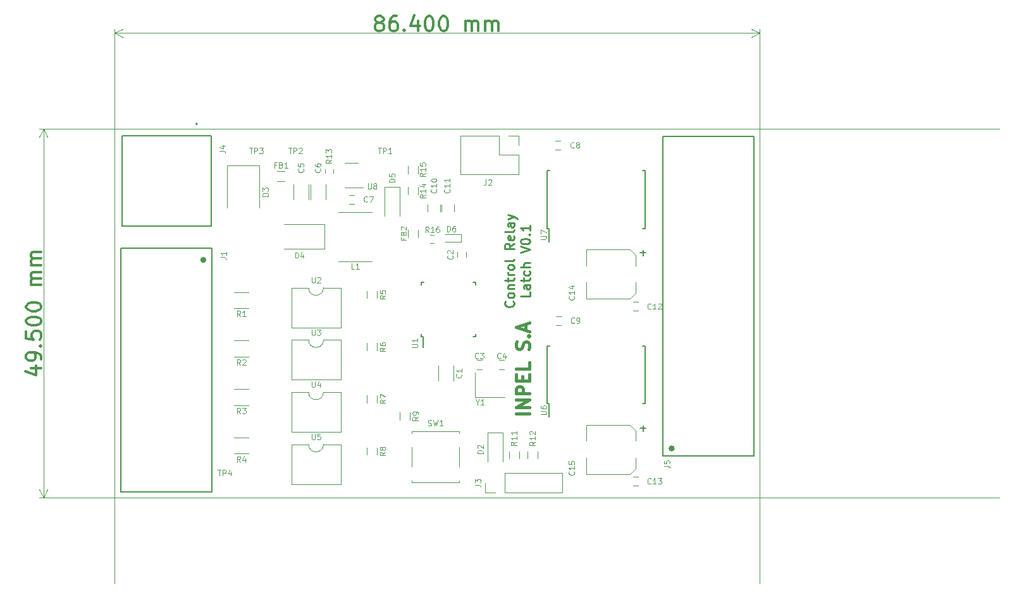
<source format=gbr>
G04 #@! TF.GenerationSoftware,KiCad,Pcbnew,(5.1.2)-2*
G04 #@! TF.CreationDate,2020-08-26T15:48:28-05:00*
G04 #@! TF.ProjectId,EDS-Relays,4544532d-5265-46c6-9179-732e6b696361,rev?*
G04 #@! TF.SameCoordinates,Original*
G04 #@! TF.FileFunction,Legend,Top*
G04 #@! TF.FilePolarity,Positive*
%FSLAX46Y46*%
G04 Gerber Fmt 4.6, Leading zero omitted, Abs format (unit mm)*
G04 Created by KiCad (PCBNEW (5.1.2)-2) date 2020-08-26 15:48:28*
%MOMM*%
%LPD*%
G04 APERTURE LIST*
%ADD10C,0.400000*%
%ADD11C,0.250000*%
%ADD12C,0.300000*%
%ADD13C,0.050000*%
%ADD14C,0.120000*%
%ADD15C,0.200000*%
%ADD16C,0.127000*%
%ADD17C,0.150000*%
%ADD18C,0.100000*%
G04 APERTURE END LIST*
D10*
X151541666Y-111208333D02*
X149791666Y-111208333D01*
X151541666Y-110375000D02*
X149791666Y-110375000D01*
X151541666Y-109375000D01*
X149791666Y-109375000D01*
X151541666Y-108541666D02*
X149791666Y-108541666D01*
X149791666Y-107875000D01*
X149875000Y-107708333D01*
X149958333Y-107625000D01*
X150125000Y-107541666D01*
X150375000Y-107541666D01*
X150541666Y-107625000D01*
X150625000Y-107708333D01*
X150708333Y-107875000D01*
X150708333Y-108541666D01*
X150625000Y-106791666D02*
X150625000Y-106208333D01*
X151541666Y-105958333D02*
X151541666Y-106791666D01*
X149791666Y-106791666D01*
X149791666Y-105958333D01*
X151541666Y-104375000D02*
X151541666Y-105208333D01*
X149791666Y-105208333D01*
X151458333Y-102541666D02*
X151541666Y-102291666D01*
X151541666Y-101875000D01*
X151458333Y-101708333D01*
X151375000Y-101625000D01*
X151208333Y-101541666D01*
X151041666Y-101541666D01*
X150875000Y-101625000D01*
X150791666Y-101708333D01*
X150708333Y-101875000D01*
X150625000Y-102208333D01*
X150541666Y-102375000D01*
X150458333Y-102458333D01*
X150291666Y-102541666D01*
X150125000Y-102541666D01*
X149958333Y-102458333D01*
X149875000Y-102375000D01*
X149791666Y-102208333D01*
X149791666Y-101791666D01*
X149875000Y-101541666D01*
X151375000Y-100791666D02*
X151458333Y-100708333D01*
X151541666Y-100791666D01*
X151458333Y-100875000D01*
X151375000Y-100791666D01*
X151541666Y-100791666D01*
X151041666Y-100041666D02*
X151041666Y-99208333D01*
X151541666Y-100208333D02*
X149791666Y-99625000D01*
X151541666Y-99041666D01*
D11*
X149383928Y-96136904D02*
X149443452Y-96196428D01*
X149502976Y-96375000D01*
X149502976Y-96494047D01*
X149443452Y-96672619D01*
X149324404Y-96791666D01*
X149205357Y-96851190D01*
X148967261Y-96910714D01*
X148788690Y-96910714D01*
X148550595Y-96851190D01*
X148431547Y-96791666D01*
X148312500Y-96672619D01*
X148252976Y-96494047D01*
X148252976Y-96375000D01*
X148312500Y-96196428D01*
X148372023Y-96136904D01*
X149502976Y-95422619D02*
X149443452Y-95541666D01*
X149383928Y-95601190D01*
X149264880Y-95660714D01*
X148907738Y-95660714D01*
X148788690Y-95601190D01*
X148729166Y-95541666D01*
X148669642Y-95422619D01*
X148669642Y-95244047D01*
X148729166Y-95125000D01*
X148788690Y-95065476D01*
X148907738Y-95005952D01*
X149264880Y-95005952D01*
X149383928Y-95065476D01*
X149443452Y-95125000D01*
X149502976Y-95244047D01*
X149502976Y-95422619D01*
X148669642Y-94470238D02*
X149502976Y-94470238D01*
X148788690Y-94470238D02*
X148729166Y-94410714D01*
X148669642Y-94291666D01*
X148669642Y-94113095D01*
X148729166Y-93994047D01*
X148848214Y-93934523D01*
X149502976Y-93934523D01*
X148669642Y-93517857D02*
X148669642Y-93041666D01*
X148252976Y-93339285D02*
X149324404Y-93339285D01*
X149443452Y-93279761D01*
X149502976Y-93160714D01*
X149502976Y-93041666D01*
X149502976Y-92625000D02*
X148669642Y-92625000D01*
X148907738Y-92625000D02*
X148788690Y-92565476D01*
X148729166Y-92505952D01*
X148669642Y-92386904D01*
X148669642Y-92267857D01*
X149502976Y-91672619D02*
X149443452Y-91791666D01*
X149383928Y-91851190D01*
X149264880Y-91910714D01*
X148907738Y-91910714D01*
X148788690Y-91851190D01*
X148729166Y-91791666D01*
X148669642Y-91672619D01*
X148669642Y-91494047D01*
X148729166Y-91375000D01*
X148788690Y-91315476D01*
X148907738Y-91255952D01*
X149264880Y-91255952D01*
X149383928Y-91315476D01*
X149443452Y-91375000D01*
X149502976Y-91494047D01*
X149502976Y-91672619D01*
X149502976Y-90541666D02*
X149443452Y-90660714D01*
X149324404Y-90720238D01*
X148252976Y-90720238D01*
X149502976Y-88398809D02*
X148907738Y-88815476D01*
X149502976Y-89113095D02*
X148252976Y-89113095D01*
X148252976Y-88636904D01*
X148312500Y-88517857D01*
X148372023Y-88458333D01*
X148491071Y-88398809D01*
X148669642Y-88398809D01*
X148788690Y-88458333D01*
X148848214Y-88517857D01*
X148907738Y-88636904D01*
X148907738Y-89113095D01*
X149443452Y-87386904D02*
X149502976Y-87505952D01*
X149502976Y-87744047D01*
X149443452Y-87863095D01*
X149324404Y-87922619D01*
X148848214Y-87922619D01*
X148729166Y-87863095D01*
X148669642Y-87744047D01*
X148669642Y-87505952D01*
X148729166Y-87386904D01*
X148848214Y-87327380D01*
X148967261Y-87327380D01*
X149086309Y-87922619D01*
X149502976Y-86613095D02*
X149443452Y-86732142D01*
X149324404Y-86791666D01*
X148252976Y-86791666D01*
X149502976Y-85601190D02*
X148848214Y-85601190D01*
X148729166Y-85660714D01*
X148669642Y-85779761D01*
X148669642Y-86017857D01*
X148729166Y-86136904D01*
X149443452Y-85601190D02*
X149502976Y-85720238D01*
X149502976Y-86017857D01*
X149443452Y-86136904D01*
X149324404Y-86196428D01*
X149205357Y-86196428D01*
X149086309Y-86136904D01*
X149026785Y-86017857D01*
X149026785Y-85720238D01*
X148967261Y-85601190D01*
X148669642Y-85125000D02*
X149502976Y-84827380D01*
X148669642Y-84529761D02*
X149502976Y-84827380D01*
X149800595Y-84946428D01*
X149860119Y-85005952D01*
X149919642Y-85125000D01*
X151627976Y-94886904D02*
X151627976Y-95482142D01*
X150377976Y-95482142D01*
X151627976Y-93934523D02*
X150973214Y-93934523D01*
X150854166Y-93994047D01*
X150794642Y-94113095D01*
X150794642Y-94351190D01*
X150854166Y-94470238D01*
X151568452Y-93934523D02*
X151627976Y-94053571D01*
X151627976Y-94351190D01*
X151568452Y-94470238D01*
X151449404Y-94529761D01*
X151330357Y-94529761D01*
X151211309Y-94470238D01*
X151151785Y-94351190D01*
X151151785Y-94053571D01*
X151092261Y-93934523D01*
X150794642Y-93517857D02*
X150794642Y-93041666D01*
X150377976Y-93339285D02*
X151449404Y-93339285D01*
X151568452Y-93279761D01*
X151627976Y-93160714D01*
X151627976Y-93041666D01*
X151568452Y-92089285D02*
X151627976Y-92208333D01*
X151627976Y-92446428D01*
X151568452Y-92565476D01*
X151508928Y-92625000D01*
X151389880Y-92684523D01*
X151032738Y-92684523D01*
X150913690Y-92625000D01*
X150854166Y-92565476D01*
X150794642Y-92446428D01*
X150794642Y-92208333D01*
X150854166Y-92089285D01*
X151627976Y-91553571D02*
X150377976Y-91553571D01*
X151627976Y-91017857D02*
X150973214Y-91017857D01*
X150854166Y-91077380D01*
X150794642Y-91196428D01*
X150794642Y-91375000D01*
X150854166Y-91494047D01*
X150913690Y-91553571D01*
X150377976Y-89648809D02*
X151627976Y-89232142D01*
X150377976Y-88815476D01*
X150377976Y-88160714D02*
X150377976Y-88041666D01*
X150437500Y-87922619D01*
X150497023Y-87863095D01*
X150616071Y-87803571D01*
X150854166Y-87744047D01*
X151151785Y-87744047D01*
X151389880Y-87803571D01*
X151508928Y-87863095D01*
X151568452Y-87922619D01*
X151627976Y-88041666D01*
X151627976Y-88160714D01*
X151568452Y-88279761D01*
X151508928Y-88339285D01*
X151389880Y-88398809D01*
X151151785Y-88458333D01*
X150854166Y-88458333D01*
X150616071Y-88398809D01*
X150497023Y-88339285D01*
X150437500Y-88279761D01*
X150377976Y-88160714D01*
X151508928Y-87208333D02*
X151568452Y-87148809D01*
X151627976Y-87208333D01*
X151568452Y-87267857D01*
X151508928Y-87208333D01*
X151627976Y-87208333D01*
X151627976Y-85958333D02*
X151627976Y-86672619D01*
X151627976Y-86315476D02*
X150377976Y-86315476D01*
X150556547Y-86434523D01*
X150675595Y-86553571D01*
X150735119Y-86672619D01*
D12*
X131295238Y-58761904D02*
X131104761Y-58666666D01*
X131009523Y-58571428D01*
X130914285Y-58380952D01*
X130914285Y-58285714D01*
X131009523Y-58095238D01*
X131104761Y-58000000D01*
X131295238Y-57904761D01*
X131676190Y-57904761D01*
X131866666Y-58000000D01*
X131961904Y-58095238D01*
X132057142Y-58285714D01*
X132057142Y-58380952D01*
X131961904Y-58571428D01*
X131866666Y-58666666D01*
X131676190Y-58761904D01*
X131295238Y-58761904D01*
X131104761Y-58857142D01*
X131009523Y-58952380D01*
X130914285Y-59142857D01*
X130914285Y-59523809D01*
X131009523Y-59714285D01*
X131104761Y-59809523D01*
X131295238Y-59904761D01*
X131676190Y-59904761D01*
X131866666Y-59809523D01*
X131961904Y-59714285D01*
X132057142Y-59523809D01*
X132057142Y-59142857D01*
X131961904Y-58952380D01*
X131866666Y-58857142D01*
X131676190Y-58761904D01*
X133771428Y-57904761D02*
X133390476Y-57904761D01*
X133200000Y-58000000D01*
X133104761Y-58095238D01*
X132914285Y-58380952D01*
X132819047Y-58761904D01*
X132819047Y-59523809D01*
X132914285Y-59714285D01*
X133009523Y-59809523D01*
X133200000Y-59904761D01*
X133580952Y-59904761D01*
X133771428Y-59809523D01*
X133866666Y-59714285D01*
X133961904Y-59523809D01*
X133961904Y-59047619D01*
X133866666Y-58857142D01*
X133771428Y-58761904D01*
X133580952Y-58666666D01*
X133200000Y-58666666D01*
X133009523Y-58761904D01*
X132914285Y-58857142D01*
X132819047Y-59047619D01*
X134819047Y-59714285D02*
X134914285Y-59809523D01*
X134819047Y-59904761D01*
X134723809Y-59809523D01*
X134819047Y-59714285D01*
X134819047Y-59904761D01*
X136628571Y-58571428D02*
X136628571Y-59904761D01*
X136152380Y-57809523D02*
X135676190Y-59238095D01*
X136914285Y-59238095D01*
X138057142Y-57904761D02*
X138247619Y-57904761D01*
X138438095Y-58000000D01*
X138533333Y-58095238D01*
X138628571Y-58285714D01*
X138723809Y-58666666D01*
X138723809Y-59142857D01*
X138628571Y-59523809D01*
X138533333Y-59714285D01*
X138438095Y-59809523D01*
X138247619Y-59904761D01*
X138057142Y-59904761D01*
X137866666Y-59809523D01*
X137771428Y-59714285D01*
X137676190Y-59523809D01*
X137580952Y-59142857D01*
X137580952Y-58666666D01*
X137676190Y-58285714D01*
X137771428Y-58095238D01*
X137866666Y-58000000D01*
X138057142Y-57904761D01*
X139961904Y-57904761D02*
X140152380Y-57904761D01*
X140342857Y-58000000D01*
X140438095Y-58095238D01*
X140533333Y-58285714D01*
X140628571Y-58666666D01*
X140628571Y-59142857D01*
X140533333Y-59523809D01*
X140438095Y-59714285D01*
X140342857Y-59809523D01*
X140152380Y-59904761D01*
X139961904Y-59904761D01*
X139771428Y-59809523D01*
X139676190Y-59714285D01*
X139580952Y-59523809D01*
X139485714Y-59142857D01*
X139485714Y-58666666D01*
X139580952Y-58285714D01*
X139676190Y-58095238D01*
X139771428Y-58000000D01*
X139961904Y-57904761D01*
X143009523Y-59904761D02*
X143009523Y-58571428D01*
X143009523Y-58761904D02*
X143104761Y-58666666D01*
X143295238Y-58571428D01*
X143580952Y-58571428D01*
X143771428Y-58666666D01*
X143866666Y-58857142D01*
X143866666Y-59904761D01*
X143866666Y-58857142D02*
X143961904Y-58666666D01*
X144152380Y-58571428D01*
X144438095Y-58571428D01*
X144628571Y-58666666D01*
X144723809Y-58857142D01*
X144723809Y-59904761D01*
X145676190Y-59904761D02*
X145676190Y-58571428D01*
X145676190Y-58761904D02*
X145771428Y-58666666D01*
X145961904Y-58571428D01*
X146247619Y-58571428D01*
X146438095Y-58666666D01*
X146533333Y-58857142D01*
X146533333Y-59904761D01*
X146533333Y-58857142D02*
X146628571Y-58666666D01*
X146819047Y-58571428D01*
X147104761Y-58571428D01*
X147295238Y-58666666D01*
X147390476Y-58857142D01*
X147390476Y-59904761D01*
D13*
X96000000Y-60200000D02*
X182400000Y-60200000D01*
X96000000Y-134000000D02*
X96000000Y-59613579D01*
X182400000Y-134000000D02*
X182400000Y-59613579D01*
X182400000Y-60200000D02*
X181273496Y-60786421D01*
X182400000Y-60200000D02*
X181273496Y-59613579D01*
X96000000Y-60200000D02*
X97126504Y-60786421D01*
X96000000Y-60200000D02*
X97126504Y-59613579D01*
D12*
X84871428Y-105083333D02*
X86204761Y-105083333D01*
X84109523Y-105559523D02*
X85538095Y-106035714D01*
X85538095Y-104797619D01*
X86204761Y-103940476D02*
X86204761Y-103559523D01*
X86109523Y-103369047D01*
X86014285Y-103273809D01*
X85728571Y-103083333D01*
X85347619Y-102988095D01*
X84585714Y-102988095D01*
X84395238Y-103083333D01*
X84300000Y-103178571D01*
X84204761Y-103369047D01*
X84204761Y-103750000D01*
X84300000Y-103940476D01*
X84395238Y-104035714D01*
X84585714Y-104130952D01*
X85061904Y-104130952D01*
X85252380Y-104035714D01*
X85347619Y-103940476D01*
X85442857Y-103750000D01*
X85442857Y-103369047D01*
X85347619Y-103178571D01*
X85252380Y-103083333D01*
X85061904Y-102988095D01*
X86014285Y-102130952D02*
X86109523Y-102035714D01*
X86204761Y-102130952D01*
X86109523Y-102226190D01*
X86014285Y-102130952D01*
X86204761Y-102130952D01*
X84204761Y-100226190D02*
X84204761Y-101178571D01*
X85157142Y-101273809D01*
X85061904Y-101178571D01*
X84966666Y-100988095D01*
X84966666Y-100511904D01*
X85061904Y-100321428D01*
X85157142Y-100226190D01*
X85347619Y-100130952D01*
X85823809Y-100130952D01*
X86014285Y-100226190D01*
X86109523Y-100321428D01*
X86204761Y-100511904D01*
X86204761Y-100988095D01*
X86109523Y-101178571D01*
X86014285Y-101273809D01*
X84204761Y-98892857D02*
X84204761Y-98702380D01*
X84300000Y-98511904D01*
X84395238Y-98416666D01*
X84585714Y-98321428D01*
X84966666Y-98226190D01*
X85442857Y-98226190D01*
X85823809Y-98321428D01*
X86014285Y-98416666D01*
X86109523Y-98511904D01*
X86204761Y-98702380D01*
X86204761Y-98892857D01*
X86109523Y-99083333D01*
X86014285Y-99178571D01*
X85823809Y-99273809D01*
X85442857Y-99369047D01*
X84966666Y-99369047D01*
X84585714Y-99273809D01*
X84395238Y-99178571D01*
X84300000Y-99083333D01*
X84204761Y-98892857D01*
X84204761Y-96988095D02*
X84204761Y-96797619D01*
X84300000Y-96607142D01*
X84395238Y-96511904D01*
X84585714Y-96416666D01*
X84966666Y-96321428D01*
X85442857Y-96321428D01*
X85823809Y-96416666D01*
X86014285Y-96511904D01*
X86109523Y-96607142D01*
X86204761Y-96797619D01*
X86204761Y-96988095D01*
X86109523Y-97178571D01*
X86014285Y-97273809D01*
X85823809Y-97369047D01*
X85442857Y-97464285D01*
X84966666Y-97464285D01*
X84585714Y-97369047D01*
X84395238Y-97273809D01*
X84300000Y-97178571D01*
X84204761Y-96988095D01*
X86204761Y-93940476D02*
X84871428Y-93940476D01*
X85061904Y-93940476D02*
X84966666Y-93845238D01*
X84871428Y-93654761D01*
X84871428Y-93369047D01*
X84966666Y-93178571D01*
X85157142Y-93083333D01*
X86204761Y-93083333D01*
X85157142Y-93083333D02*
X84966666Y-92988095D01*
X84871428Y-92797619D01*
X84871428Y-92511904D01*
X84966666Y-92321428D01*
X85157142Y-92226190D01*
X86204761Y-92226190D01*
X86204761Y-91273809D02*
X84871428Y-91273809D01*
X85061904Y-91273809D02*
X84966666Y-91178571D01*
X84871428Y-90988095D01*
X84871428Y-90702380D01*
X84966666Y-90511904D01*
X85157142Y-90416666D01*
X86204761Y-90416666D01*
X85157142Y-90416666D02*
X84966666Y-90321428D01*
X84871428Y-90130952D01*
X84871428Y-89845238D01*
X84966666Y-89654761D01*
X85157142Y-89559523D01*
X86204761Y-89559523D01*
D13*
X86500000Y-122500000D02*
X86500000Y-73000000D01*
X214500000Y-122500000D02*
X85913579Y-122500000D01*
X214500000Y-73000000D02*
X85913579Y-73000000D01*
X86500000Y-73000000D02*
X87086421Y-74126504D01*
X86500000Y-73000000D02*
X85913579Y-74126504D01*
X86500000Y-122500000D02*
X87086421Y-121373496D01*
X86500000Y-122500000D02*
X85913579Y-121373496D01*
D14*
X165040000Y-95800000D02*
X159200000Y-95800000D01*
X165800000Y-95040000D02*
X165040000Y-95800000D01*
X165040000Y-89200000D02*
X165800000Y-89960000D01*
X159200000Y-89200000D02*
X165040000Y-89200000D01*
X165800000Y-95040000D02*
X165800000Y-93620000D01*
X159200000Y-95800000D02*
X159200000Y-93620000D01*
X159200000Y-89200000D02*
X159200000Y-91380000D01*
X165800000Y-89960000D02*
X165800000Y-91380000D01*
D15*
X107100000Y-72380000D02*
G75*
G03X107100000Y-72380000I-100000J0D01*
G01*
D16*
X109000000Y-86080000D02*
X97000000Y-86080000D01*
X109000000Y-73920000D02*
X109000000Y-86080000D01*
X97000000Y-73920000D02*
X109000000Y-73920000D01*
X97000000Y-86080000D02*
X97000000Y-73920000D01*
D14*
X141900000Y-90250000D02*
X141900000Y-89550000D01*
X143100000Y-89550000D02*
X143100000Y-90250000D01*
X144500000Y-104050000D02*
X145200000Y-104050000D01*
X145200000Y-105250000D02*
X144500000Y-105250000D01*
X147500000Y-104050000D02*
X148200000Y-104050000D01*
X148200000Y-105250000D02*
X147500000Y-105250000D01*
X127400000Y-81900000D02*
X128100000Y-81900000D01*
X128100000Y-83100000D02*
X127400000Y-83100000D01*
X155750000Y-75850000D02*
X155050000Y-75850000D01*
X155050000Y-74650000D02*
X155750000Y-74650000D01*
X155800000Y-99350000D02*
X155100000Y-99350000D01*
X155100000Y-98150000D02*
X155800000Y-98150000D01*
X137950000Y-83150000D02*
X137950000Y-84150000D01*
X139650000Y-84150000D02*
X139650000Y-83150000D01*
X141520001Y-84150000D02*
X141520001Y-83150000D01*
X139820001Y-83150000D02*
X139820001Y-84150000D01*
X166150000Y-97450000D02*
X165450000Y-97450000D01*
X165450000Y-96250000D02*
X166150000Y-96250000D01*
X166150000Y-120900000D02*
X165450000Y-120900000D01*
X165450000Y-119700000D02*
X166150000Y-119700000D01*
X165800000Y-113460000D02*
X165800000Y-114880000D01*
X159200000Y-112700000D02*
X159200000Y-114880000D01*
X159200000Y-119300000D02*
X159200000Y-117120000D01*
X165800000Y-118540000D02*
X165800000Y-117120000D01*
X159200000Y-112700000D02*
X165040000Y-112700000D01*
X165040000Y-112700000D02*
X165800000Y-113460000D01*
X165800000Y-118540000D02*
X165040000Y-119300000D01*
X165040000Y-119300000D02*
X159200000Y-119300000D01*
X148000000Y-113750000D02*
X146000000Y-113750000D01*
X146000000Y-113750000D02*
X146000000Y-117650000D01*
X148000000Y-113750000D02*
X148000000Y-117650000D01*
X115400000Y-77950000D02*
X111100000Y-77950000D01*
X111100000Y-77950000D02*
X111100000Y-83650000D01*
X115400000Y-77950000D02*
X115400000Y-83650000D01*
X124150000Y-89150000D02*
X124150000Y-85850000D01*
X124150000Y-85850000D02*
X118750000Y-85850000D01*
X124150000Y-89150000D02*
X118750000Y-89150000D01*
X134200000Y-80850000D02*
X134200000Y-84750000D01*
X132200000Y-80850000D02*
X132200000Y-84750000D01*
X134200000Y-80850000D02*
X132200000Y-80850000D01*
X142400000Y-88200000D02*
X142400000Y-87200000D01*
X142400000Y-87200000D02*
X140300000Y-87200000D01*
X142400000Y-88200000D02*
X140300000Y-88200000D01*
X118800000Y-80080000D02*
X117800000Y-80080000D01*
X117800000Y-78720000D02*
X118800000Y-78720000D01*
X135320000Y-87550000D02*
X135320000Y-86550000D01*
X136680000Y-86550000D02*
X136680000Y-87550000D01*
D10*
X108100000Y-90610000D02*
G75*
G03X108100000Y-90610000I-200000J0D01*
G01*
D15*
X96900000Y-89030000D02*
X109100000Y-89030000D01*
X96900000Y-121710000D02*
X96900000Y-89030000D01*
X109100000Y-121710000D02*
X96900000Y-121710000D01*
X109100000Y-89030000D02*
X109100000Y-121710000D01*
D14*
X142340000Y-73920000D02*
X142340000Y-79120000D01*
X147480000Y-73920000D02*
X142340000Y-73920000D01*
X150080000Y-79120000D02*
X142340000Y-79120000D01*
X147480000Y-73920000D02*
X147480000Y-76520000D01*
X147480000Y-76520000D02*
X150080000Y-76520000D01*
X150080000Y-76520000D02*
X150080000Y-79120000D01*
X148750000Y-73920000D02*
X150080000Y-73920000D01*
X150080000Y-73920000D02*
X150080000Y-75250000D01*
X155950000Y-121830000D02*
X155950000Y-119170000D01*
X148270000Y-121830000D02*
X155950000Y-121830000D01*
X148270000Y-119170000D02*
X155950000Y-119170000D01*
X148270000Y-121830000D02*
X148270000Y-119170000D01*
X147000000Y-121830000D02*
X145670000Y-121830000D01*
X145670000Y-121830000D02*
X145670000Y-120500000D01*
D10*
X170800000Y-115880000D02*
G75*
G03X170800000Y-115880000I-200000J0D01*
G01*
D15*
X181600000Y-116900000D02*
X169400000Y-116900000D01*
X181600000Y-74060000D02*
X181600000Y-116900000D01*
X169400000Y-74060000D02*
X181600000Y-74060000D01*
X169400000Y-116900000D02*
X169400000Y-74060000D01*
D14*
X112000000Y-94930000D02*
X114000000Y-94930000D01*
X114000000Y-97070000D02*
X112000000Y-97070000D01*
X112000000Y-101430000D02*
X114000000Y-101430000D01*
X114000000Y-103570000D02*
X112000000Y-103570000D01*
X114000000Y-110070000D02*
X112000000Y-110070000D01*
X112000000Y-107930000D02*
X114000000Y-107930000D01*
X114000000Y-116570000D02*
X112000000Y-116570000D01*
X112000000Y-114430000D02*
X114000000Y-114430000D01*
X131180000Y-94750000D02*
X131180000Y-95750000D01*
X129820000Y-95750000D02*
X129820000Y-94750000D01*
X129820000Y-102750000D02*
X129820000Y-101750000D01*
X131180000Y-101750000D02*
X131180000Y-102750000D01*
X131180000Y-108750000D02*
X131180000Y-109750000D01*
X129820000Y-109750000D02*
X129820000Y-108750000D01*
X129820000Y-116750000D02*
X129820000Y-115750000D01*
X131180000Y-115750000D02*
X131180000Y-116750000D01*
X134220000Y-112050000D02*
X134220000Y-111050000D01*
X135580000Y-111050000D02*
X135580000Y-112050000D01*
X150180000Y-116250000D02*
X150180000Y-117250000D01*
X148820000Y-117250000D02*
X148820000Y-116250000D01*
X151320000Y-117250000D02*
X151320000Y-116250000D01*
X152680000Y-116250000D02*
X152680000Y-117250000D01*
X125280000Y-78950000D02*
X125280000Y-78450000D01*
X124220000Y-78450000D02*
X124220000Y-78950000D01*
X136680000Y-80850000D02*
X136680000Y-81850000D01*
X135320000Y-81850000D02*
X135320000Y-80850000D01*
X135320000Y-79050000D02*
X135320000Y-78050000D01*
X136680000Y-78050000D02*
X136680000Y-79050000D01*
X138300000Y-88330000D02*
X138800000Y-88330000D01*
X138800000Y-87270000D02*
X138300000Y-87270000D01*
X135850000Y-113800000D02*
X135850000Y-113550000D01*
X135850000Y-113550000D02*
X142150000Y-113550000D01*
X142150000Y-113550000D02*
X142150000Y-113800000D01*
X135850000Y-118300000D02*
X135850000Y-115700000D01*
X142150000Y-120200000D02*
X142150000Y-120450000D01*
X142150000Y-120450000D02*
X135850000Y-120450000D01*
X135850000Y-120450000D02*
X135850000Y-120200000D01*
X142150000Y-115700000D02*
X142150000Y-118300000D01*
D17*
X137125000Y-100875000D02*
X137350000Y-100875000D01*
X137125000Y-93625000D02*
X137450000Y-93625000D01*
X144375000Y-93625000D02*
X144050000Y-93625000D01*
X144375000Y-100875000D02*
X144050000Y-100875000D01*
X137125000Y-100875000D02*
X137125000Y-100550000D01*
X144375000Y-100875000D02*
X144375000Y-100550000D01*
X144375000Y-93625000D02*
X144375000Y-93950000D01*
X137125000Y-93625000D02*
X137125000Y-93950000D01*
X137350000Y-100875000D02*
X137350000Y-102300000D01*
D14*
X122000000Y-94340000D02*
X119705000Y-94340000D01*
X119705000Y-94340000D02*
X119705000Y-99660000D01*
X119705000Y-99660000D02*
X126295000Y-99660000D01*
X126295000Y-99660000D02*
X126295000Y-94340000D01*
X126295000Y-94340000D02*
X124000000Y-94340000D01*
X124000000Y-94340000D02*
G75*
G02X122000000Y-94340000I-1000000J0D01*
G01*
X122000000Y-101340000D02*
X119705000Y-101340000D01*
X119705000Y-101340000D02*
X119705000Y-106660000D01*
X119705000Y-106660000D02*
X126295000Y-106660000D01*
X126295000Y-106660000D02*
X126295000Y-101340000D01*
X126295000Y-101340000D02*
X124000000Y-101340000D01*
X124000000Y-101340000D02*
G75*
G02X122000000Y-101340000I-1000000J0D01*
G01*
X124000000Y-108340000D02*
G75*
G02X122000000Y-108340000I-1000000J0D01*
G01*
X126295000Y-108340000D02*
X124000000Y-108340000D01*
X126295000Y-113660000D02*
X126295000Y-108340000D01*
X119705000Y-113660000D02*
X126295000Y-113660000D01*
X119705000Y-108340000D02*
X119705000Y-113660000D01*
X122000000Y-108340000D02*
X119705000Y-108340000D01*
X124000000Y-115340000D02*
G75*
G02X122000000Y-115340000I-1000000J0D01*
G01*
X126295000Y-115340000D02*
X124000000Y-115340000D01*
X126295000Y-120660000D02*
X126295000Y-115340000D01*
X119705000Y-120660000D02*
X126295000Y-120660000D01*
X119705000Y-115340000D02*
X119705000Y-120660000D01*
X122000000Y-115340000D02*
X119705000Y-115340000D01*
D17*
X154175000Y-109875000D02*
X154175000Y-111675000D01*
X167075000Y-109875000D02*
X167075000Y-102125000D01*
X153925000Y-109875000D02*
X153925000Y-102125000D01*
X167075000Y-109875000D02*
X166740000Y-109875000D01*
X167075000Y-102125000D02*
X166740000Y-102125000D01*
X153925000Y-102125000D02*
X154260000Y-102125000D01*
X153925000Y-109875000D02*
X154175000Y-109875000D01*
X153925000Y-86375000D02*
X154175000Y-86375000D01*
X153925000Y-78625000D02*
X154260000Y-78625000D01*
X167075000Y-78625000D02*
X166740000Y-78625000D01*
X167075000Y-86375000D02*
X166740000Y-86375000D01*
X153925000Y-86375000D02*
X153925000Y-78625000D01*
X167075000Y-86375000D02*
X167075000Y-78625000D01*
X154175000Y-86375000D02*
X154175000Y-88175000D01*
D14*
X128650000Y-77640000D02*
X126850000Y-77640000D01*
X126850000Y-80860000D02*
X129300000Y-80860000D01*
D13*
X126000000Y-84200000D02*
X130500000Y-84200000D01*
X126000000Y-90800000D02*
X130500000Y-90800000D01*
D14*
X144300000Y-105700000D02*
X144300000Y-109000000D01*
X144300000Y-109000000D02*
X148300000Y-109000000D01*
X141420000Y-106800000D02*
X141420000Y-104800000D01*
X139380000Y-104800000D02*
X139380000Y-106800000D01*
X119980000Y-80500000D02*
X119980000Y-82500000D01*
X122020000Y-82500000D02*
X122020000Y-80500000D01*
X124270000Y-82500000D02*
X124270000Y-80500000D01*
X122230000Y-80500000D02*
X122230000Y-82500000D01*
D18*
X157517857Y-95482142D02*
X157553571Y-95517857D01*
X157589285Y-95625000D01*
X157589285Y-95696428D01*
X157553571Y-95803571D01*
X157482142Y-95875000D01*
X157410714Y-95910714D01*
X157267857Y-95946428D01*
X157160714Y-95946428D01*
X157017857Y-95910714D01*
X156946428Y-95875000D01*
X156875000Y-95803571D01*
X156839285Y-95696428D01*
X156839285Y-95625000D01*
X156875000Y-95517857D01*
X156910714Y-95482142D01*
X157589285Y-94767857D02*
X157589285Y-95196428D01*
X157589285Y-94982142D02*
X156839285Y-94982142D01*
X156946428Y-95053571D01*
X157017857Y-95125000D01*
X157053571Y-95196428D01*
X157089285Y-94125000D02*
X157589285Y-94125000D01*
X156803571Y-94303571D02*
X157339285Y-94482142D01*
X157339285Y-94017857D01*
D17*
X166399047Y-89661428D02*
X167160952Y-89661428D01*
X166780000Y-90042380D02*
X166780000Y-89280476D01*
D18*
X110089285Y-76000000D02*
X110625000Y-76000000D01*
X110732142Y-76035714D01*
X110803571Y-76107142D01*
X110839285Y-76214285D01*
X110839285Y-76285714D01*
X110339285Y-75321428D02*
X110839285Y-75321428D01*
X110053571Y-75500000D02*
X110589285Y-75678571D01*
X110589285Y-75214285D01*
X141267857Y-90025000D02*
X141303571Y-90060714D01*
X141339285Y-90167857D01*
X141339285Y-90239285D01*
X141303571Y-90346428D01*
X141232142Y-90417857D01*
X141160714Y-90453571D01*
X141017857Y-90489285D01*
X140910714Y-90489285D01*
X140767857Y-90453571D01*
X140696428Y-90417857D01*
X140625000Y-90346428D01*
X140589285Y-90239285D01*
X140589285Y-90167857D01*
X140625000Y-90060714D01*
X140660714Y-90025000D01*
X140660714Y-89739285D02*
X140625000Y-89703571D01*
X140589285Y-89632142D01*
X140589285Y-89453571D01*
X140625000Y-89382142D01*
X140660714Y-89346428D01*
X140732142Y-89310714D01*
X140803571Y-89310714D01*
X140910714Y-89346428D01*
X141339285Y-89775000D01*
X141339285Y-89310714D01*
X144725000Y-103767857D02*
X144689285Y-103803571D01*
X144582142Y-103839285D01*
X144510714Y-103839285D01*
X144403571Y-103803571D01*
X144332142Y-103732142D01*
X144296428Y-103660714D01*
X144260714Y-103517857D01*
X144260714Y-103410714D01*
X144296428Y-103267857D01*
X144332142Y-103196428D01*
X144403571Y-103125000D01*
X144510714Y-103089285D01*
X144582142Y-103089285D01*
X144689285Y-103125000D01*
X144725000Y-103160714D01*
X144975000Y-103089285D02*
X145439285Y-103089285D01*
X145189285Y-103375000D01*
X145296428Y-103375000D01*
X145367857Y-103410714D01*
X145403571Y-103446428D01*
X145439285Y-103517857D01*
X145439285Y-103696428D01*
X145403571Y-103767857D01*
X145367857Y-103803571D01*
X145296428Y-103839285D01*
X145082142Y-103839285D01*
X145010714Y-103803571D01*
X144975000Y-103767857D01*
X147725000Y-103767857D02*
X147689285Y-103803571D01*
X147582142Y-103839285D01*
X147510714Y-103839285D01*
X147403571Y-103803571D01*
X147332142Y-103732142D01*
X147296428Y-103660714D01*
X147260714Y-103517857D01*
X147260714Y-103410714D01*
X147296428Y-103267857D01*
X147332142Y-103196428D01*
X147403571Y-103125000D01*
X147510714Y-103089285D01*
X147582142Y-103089285D01*
X147689285Y-103125000D01*
X147725000Y-103160714D01*
X148367857Y-103339285D02*
X148367857Y-103839285D01*
X148189285Y-103053571D02*
X148010714Y-103589285D01*
X148475000Y-103589285D01*
X129875000Y-82767857D02*
X129839285Y-82803571D01*
X129732142Y-82839285D01*
X129660714Y-82839285D01*
X129553571Y-82803571D01*
X129482142Y-82732142D01*
X129446428Y-82660714D01*
X129410714Y-82517857D01*
X129410714Y-82410714D01*
X129446428Y-82267857D01*
X129482142Y-82196428D01*
X129553571Y-82125000D01*
X129660714Y-82089285D01*
X129732142Y-82089285D01*
X129839285Y-82125000D01*
X129875000Y-82160714D01*
X130125000Y-82089285D02*
X130625000Y-82089285D01*
X130303571Y-82839285D01*
X157525000Y-75517857D02*
X157489285Y-75553571D01*
X157382142Y-75589285D01*
X157310714Y-75589285D01*
X157203571Y-75553571D01*
X157132142Y-75482142D01*
X157096428Y-75410714D01*
X157060714Y-75267857D01*
X157060714Y-75160714D01*
X157096428Y-75017857D01*
X157132142Y-74946428D01*
X157203571Y-74875000D01*
X157310714Y-74839285D01*
X157382142Y-74839285D01*
X157489285Y-74875000D01*
X157525000Y-74910714D01*
X157953571Y-75160714D02*
X157882142Y-75125000D01*
X157846428Y-75089285D01*
X157810714Y-75017857D01*
X157810714Y-74982142D01*
X157846428Y-74910714D01*
X157882142Y-74875000D01*
X157953571Y-74839285D01*
X158096428Y-74839285D01*
X158167857Y-74875000D01*
X158203571Y-74910714D01*
X158239285Y-74982142D01*
X158239285Y-75017857D01*
X158203571Y-75089285D01*
X158167857Y-75125000D01*
X158096428Y-75160714D01*
X157953571Y-75160714D01*
X157882142Y-75196428D01*
X157846428Y-75232142D01*
X157810714Y-75303571D01*
X157810714Y-75446428D01*
X157846428Y-75517857D01*
X157882142Y-75553571D01*
X157953571Y-75589285D01*
X158096428Y-75589285D01*
X158167857Y-75553571D01*
X158203571Y-75517857D01*
X158239285Y-75446428D01*
X158239285Y-75303571D01*
X158203571Y-75232142D01*
X158167857Y-75196428D01*
X158096428Y-75160714D01*
X157575000Y-99017857D02*
X157539285Y-99053571D01*
X157432142Y-99089285D01*
X157360714Y-99089285D01*
X157253571Y-99053571D01*
X157182142Y-98982142D01*
X157146428Y-98910714D01*
X157110714Y-98767857D01*
X157110714Y-98660714D01*
X157146428Y-98517857D01*
X157182142Y-98446428D01*
X157253571Y-98375000D01*
X157360714Y-98339285D01*
X157432142Y-98339285D01*
X157539285Y-98375000D01*
X157575000Y-98410714D01*
X157932142Y-99089285D02*
X158075000Y-99089285D01*
X158146428Y-99053571D01*
X158182142Y-99017857D01*
X158253571Y-98910714D01*
X158289285Y-98767857D01*
X158289285Y-98482142D01*
X158253571Y-98410714D01*
X158217857Y-98375000D01*
X158146428Y-98339285D01*
X158003571Y-98339285D01*
X157932142Y-98375000D01*
X157896428Y-98410714D01*
X157860714Y-98482142D01*
X157860714Y-98660714D01*
X157896428Y-98732142D01*
X157932142Y-98767857D01*
X158003571Y-98803571D01*
X158146428Y-98803571D01*
X158217857Y-98767857D01*
X158253571Y-98732142D01*
X158289285Y-98660714D01*
X139067857Y-81132142D02*
X139103571Y-81167857D01*
X139139285Y-81275000D01*
X139139285Y-81346428D01*
X139103571Y-81453571D01*
X139032142Y-81525000D01*
X138960714Y-81560714D01*
X138817857Y-81596428D01*
X138710714Y-81596428D01*
X138567857Y-81560714D01*
X138496428Y-81525000D01*
X138425000Y-81453571D01*
X138389285Y-81346428D01*
X138389285Y-81275000D01*
X138425000Y-81167857D01*
X138460714Y-81132142D01*
X139139285Y-80417857D02*
X139139285Y-80846428D01*
X139139285Y-80632142D02*
X138389285Y-80632142D01*
X138496428Y-80703571D01*
X138567857Y-80775000D01*
X138603571Y-80846428D01*
X138389285Y-79953571D02*
X138389285Y-79882142D01*
X138425000Y-79810714D01*
X138460714Y-79775000D01*
X138532142Y-79739285D01*
X138675000Y-79703571D01*
X138853571Y-79703571D01*
X138996428Y-79739285D01*
X139067857Y-79775000D01*
X139103571Y-79810714D01*
X139139285Y-79882142D01*
X139139285Y-79953571D01*
X139103571Y-80025000D01*
X139067857Y-80060714D01*
X138996428Y-80096428D01*
X138853571Y-80132142D01*
X138675000Y-80132142D01*
X138532142Y-80096428D01*
X138460714Y-80060714D01*
X138425000Y-80025000D01*
X138389285Y-79953571D01*
X140817857Y-81132142D02*
X140853571Y-81167857D01*
X140889285Y-81275000D01*
X140889285Y-81346428D01*
X140853571Y-81453571D01*
X140782142Y-81525000D01*
X140710714Y-81560714D01*
X140567857Y-81596428D01*
X140460714Y-81596428D01*
X140317857Y-81560714D01*
X140246428Y-81525000D01*
X140175000Y-81453571D01*
X140139285Y-81346428D01*
X140139285Y-81275000D01*
X140175000Y-81167857D01*
X140210714Y-81132142D01*
X140889285Y-80417857D02*
X140889285Y-80846428D01*
X140889285Y-80632142D02*
X140139285Y-80632142D01*
X140246428Y-80703571D01*
X140317857Y-80775000D01*
X140353571Y-80846428D01*
X140889285Y-79703571D02*
X140889285Y-80132142D01*
X140889285Y-79917857D02*
X140139285Y-79917857D01*
X140246428Y-79989285D01*
X140317857Y-80060714D01*
X140353571Y-80132142D01*
X167817857Y-97117857D02*
X167782142Y-97153571D01*
X167675000Y-97189285D01*
X167603571Y-97189285D01*
X167496428Y-97153571D01*
X167425000Y-97082142D01*
X167389285Y-97010714D01*
X167353571Y-96867857D01*
X167353571Y-96760714D01*
X167389285Y-96617857D01*
X167425000Y-96546428D01*
X167496428Y-96475000D01*
X167603571Y-96439285D01*
X167675000Y-96439285D01*
X167782142Y-96475000D01*
X167817857Y-96510714D01*
X168532142Y-97189285D02*
X168103571Y-97189285D01*
X168317857Y-97189285D02*
X168317857Y-96439285D01*
X168246428Y-96546428D01*
X168175000Y-96617857D01*
X168103571Y-96653571D01*
X168817857Y-96510714D02*
X168853571Y-96475000D01*
X168925000Y-96439285D01*
X169103571Y-96439285D01*
X169175000Y-96475000D01*
X169210714Y-96510714D01*
X169246428Y-96582142D01*
X169246428Y-96653571D01*
X169210714Y-96760714D01*
X168782142Y-97189285D01*
X169246428Y-97189285D01*
X167817857Y-120567857D02*
X167782142Y-120603571D01*
X167675000Y-120639285D01*
X167603571Y-120639285D01*
X167496428Y-120603571D01*
X167425000Y-120532142D01*
X167389285Y-120460714D01*
X167353571Y-120317857D01*
X167353571Y-120210714D01*
X167389285Y-120067857D01*
X167425000Y-119996428D01*
X167496428Y-119925000D01*
X167603571Y-119889285D01*
X167675000Y-119889285D01*
X167782142Y-119925000D01*
X167817857Y-119960714D01*
X168532142Y-120639285D02*
X168103571Y-120639285D01*
X168317857Y-120639285D02*
X168317857Y-119889285D01*
X168246428Y-119996428D01*
X168175000Y-120067857D01*
X168103571Y-120103571D01*
X168782142Y-119889285D02*
X169246428Y-119889285D01*
X168996428Y-120175000D01*
X169103571Y-120175000D01*
X169175000Y-120210714D01*
X169210714Y-120246428D01*
X169246428Y-120317857D01*
X169246428Y-120496428D01*
X169210714Y-120567857D01*
X169175000Y-120603571D01*
X169103571Y-120639285D01*
X168889285Y-120639285D01*
X168817857Y-120603571D01*
X168782142Y-120567857D01*
X157517857Y-118982142D02*
X157553571Y-119017857D01*
X157589285Y-119125000D01*
X157589285Y-119196428D01*
X157553571Y-119303571D01*
X157482142Y-119375000D01*
X157410714Y-119410714D01*
X157267857Y-119446428D01*
X157160714Y-119446428D01*
X157017857Y-119410714D01*
X156946428Y-119375000D01*
X156875000Y-119303571D01*
X156839285Y-119196428D01*
X156839285Y-119125000D01*
X156875000Y-119017857D01*
X156910714Y-118982142D01*
X157589285Y-118267857D02*
X157589285Y-118696428D01*
X157589285Y-118482142D02*
X156839285Y-118482142D01*
X156946428Y-118553571D01*
X157017857Y-118625000D01*
X157053571Y-118696428D01*
X156839285Y-117589285D02*
X156839285Y-117946428D01*
X157196428Y-117982142D01*
X157160714Y-117946428D01*
X157125000Y-117875000D01*
X157125000Y-117696428D01*
X157160714Y-117625000D01*
X157196428Y-117589285D01*
X157267857Y-117553571D01*
X157446428Y-117553571D01*
X157517857Y-117589285D01*
X157553571Y-117625000D01*
X157589285Y-117696428D01*
X157589285Y-117875000D01*
X157553571Y-117946428D01*
X157517857Y-117982142D01*
D17*
X166399047Y-113161428D02*
X167160952Y-113161428D01*
X166780000Y-113542380D02*
X166780000Y-112780476D01*
D18*
X145339285Y-116553571D02*
X144589285Y-116553571D01*
X144589285Y-116375000D01*
X144625000Y-116267857D01*
X144696428Y-116196428D01*
X144767857Y-116160714D01*
X144910714Y-116125000D01*
X145017857Y-116125000D01*
X145160714Y-116160714D01*
X145232142Y-116196428D01*
X145303571Y-116267857D01*
X145339285Y-116375000D01*
X145339285Y-116553571D01*
X144660714Y-115839285D02*
X144625000Y-115803571D01*
X144589285Y-115732142D01*
X144589285Y-115553571D01*
X144625000Y-115482142D01*
X144660714Y-115446428D01*
X144732142Y-115410714D01*
X144803571Y-115410714D01*
X144910714Y-115446428D01*
X145339285Y-115875000D01*
X145339285Y-115410714D01*
X116589285Y-82053571D02*
X115839285Y-82053571D01*
X115839285Y-81875000D01*
X115875000Y-81767857D01*
X115946428Y-81696428D01*
X116017857Y-81660714D01*
X116160714Y-81625000D01*
X116267857Y-81625000D01*
X116410714Y-81660714D01*
X116482142Y-81696428D01*
X116553571Y-81767857D01*
X116589285Y-81875000D01*
X116589285Y-82053571D01*
X115839285Y-81375000D02*
X115839285Y-80910714D01*
X116125000Y-81160714D01*
X116125000Y-81053571D01*
X116160714Y-80982142D01*
X116196428Y-80946428D01*
X116267857Y-80910714D01*
X116446428Y-80910714D01*
X116517857Y-80946428D01*
X116553571Y-80982142D01*
X116589285Y-81053571D01*
X116589285Y-81267857D01*
X116553571Y-81339285D01*
X116517857Y-81375000D01*
X120196428Y-90339285D02*
X120196428Y-89589285D01*
X120375000Y-89589285D01*
X120482142Y-89625000D01*
X120553571Y-89696428D01*
X120589285Y-89767857D01*
X120625000Y-89910714D01*
X120625000Y-90017857D01*
X120589285Y-90160714D01*
X120553571Y-90232142D01*
X120482142Y-90303571D01*
X120375000Y-90339285D01*
X120196428Y-90339285D01*
X121267857Y-89839285D02*
X121267857Y-90339285D01*
X121089285Y-89553571D02*
X120910714Y-90089285D01*
X121375000Y-90089285D01*
X133539285Y-80153571D02*
X132789285Y-80153571D01*
X132789285Y-79975000D01*
X132825000Y-79867857D01*
X132896428Y-79796428D01*
X132967857Y-79760714D01*
X133110714Y-79725000D01*
X133217857Y-79725000D01*
X133360714Y-79760714D01*
X133432142Y-79796428D01*
X133503571Y-79867857D01*
X133539285Y-79975000D01*
X133539285Y-80153571D01*
X132789285Y-79046428D02*
X132789285Y-79403571D01*
X133146428Y-79439285D01*
X133110714Y-79403571D01*
X133075000Y-79332142D01*
X133075000Y-79153571D01*
X133110714Y-79082142D01*
X133146428Y-79046428D01*
X133217857Y-79010714D01*
X133396428Y-79010714D01*
X133467857Y-79046428D01*
X133503571Y-79082142D01*
X133539285Y-79153571D01*
X133539285Y-79332142D01*
X133503571Y-79403571D01*
X133467857Y-79439285D01*
X140546428Y-86789285D02*
X140546428Y-86039285D01*
X140725000Y-86039285D01*
X140832142Y-86075000D01*
X140903571Y-86146428D01*
X140939285Y-86217857D01*
X140975000Y-86360714D01*
X140975000Y-86467857D01*
X140939285Y-86610714D01*
X140903571Y-86682142D01*
X140832142Y-86753571D01*
X140725000Y-86789285D01*
X140546428Y-86789285D01*
X141617857Y-86039285D02*
X141475000Y-86039285D01*
X141403571Y-86075000D01*
X141367857Y-86110714D01*
X141296428Y-86217857D01*
X141260714Y-86360714D01*
X141260714Y-86646428D01*
X141296428Y-86717857D01*
X141332142Y-86753571D01*
X141403571Y-86789285D01*
X141546428Y-86789285D01*
X141617857Y-86753571D01*
X141653571Y-86717857D01*
X141689285Y-86646428D01*
X141689285Y-86467857D01*
X141653571Y-86396428D01*
X141617857Y-86360714D01*
X141546428Y-86325000D01*
X141403571Y-86325000D01*
X141332142Y-86360714D01*
X141296428Y-86396428D01*
X141260714Y-86467857D01*
X117675000Y-77846428D02*
X117425000Y-77846428D01*
X117425000Y-78239285D02*
X117425000Y-77489285D01*
X117782142Y-77489285D01*
X118317857Y-77846428D02*
X118425000Y-77882142D01*
X118460714Y-77917857D01*
X118496428Y-77989285D01*
X118496428Y-78096428D01*
X118460714Y-78167857D01*
X118425000Y-78203571D01*
X118353571Y-78239285D01*
X118067857Y-78239285D01*
X118067857Y-77489285D01*
X118317857Y-77489285D01*
X118389285Y-77525000D01*
X118425000Y-77560714D01*
X118460714Y-77632142D01*
X118460714Y-77703571D01*
X118425000Y-77775000D01*
X118389285Y-77810714D01*
X118317857Y-77846428D01*
X118067857Y-77846428D01*
X119210714Y-78239285D02*
X118782142Y-78239285D01*
X118996428Y-78239285D02*
X118996428Y-77489285D01*
X118925000Y-77596428D01*
X118853571Y-77667857D01*
X118782142Y-77703571D01*
X134696428Y-87675000D02*
X134696428Y-87925000D01*
X135089285Y-87925000D02*
X134339285Y-87925000D01*
X134339285Y-87567857D01*
X134696428Y-87032142D02*
X134732142Y-86925000D01*
X134767857Y-86889285D01*
X134839285Y-86853571D01*
X134946428Y-86853571D01*
X135017857Y-86889285D01*
X135053571Y-86925000D01*
X135089285Y-86996428D01*
X135089285Y-87282142D01*
X134339285Y-87282142D01*
X134339285Y-87032142D01*
X134375000Y-86960714D01*
X134410714Y-86925000D01*
X134482142Y-86889285D01*
X134553571Y-86889285D01*
X134625000Y-86925000D01*
X134660714Y-86960714D01*
X134696428Y-87032142D01*
X134696428Y-87282142D01*
X134410714Y-86567857D02*
X134375000Y-86532142D01*
X134339285Y-86460714D01*
X134339285Y-86282142D01*
X134375000Y-86210714D01*
X134410714Y-86175000D01*
X134482142Y-86139285D01*
X134553571Y-86139285D01*
X134660714Y-86175000D01*
X135089285Y-86603571D01*
X135089285Y-86139285D01*
X110224285Y-90250000D02*
X110760000Y-90250000D01*
X110867142Y-90285714D01*
X110938571Y-90357142D01*
X110974285Y-90464285D01*
X110974285Y-90535714D01*
X110974285Y-89500000D02*
X110974285Y-89928571D01*
X110974285Y-89714285D02*
X110224285Y-89714285D01*
X110331428Y-89785714D01*
X110402857Y-89857142D01*
X110438571Y-89928571D01*
X145750000Y-79839285D02*
X145750000Y-80375000D01*
X145714285Y-80482142D01*
X145642857Y-80553571D01*
X145535714Y-80589285D01*
X145464285Y-80589285D01*
X146071428Y-79910714D02*
X146107142Y-79875000D01*
X146178571Y-79839285D01*
X146357142Y-79839285D01*
X146428571Y-79875000D01*
X146464285Y-79910714D01*
X146500000Y-79982142D01*
X146500000Y-80053571D01*
X146464285Y-80160714D01*
X146035714Y-80589285D01*
X146500000Y-80589285D01*
X144259285Y-120750000D02*
X144795000Y-120750000D01*
X144902142Y-120785714D01*
X144973571Y-120857142D01*
X145009285Y-120964285D01*
X145009285Y-121035714D01*
X144259285Y-120464285D02*
X144259285Y-120000000D01*
X144545000Y-120250000D01*
X144545000Y-120142857D01*
X144580714Y-120071428D01*
X144616428Y-120035714D01*
X144687857Y-120000000D01*
X144866428Y-120000000D01*
X144937857Y-120035714D01*
X144973571Y-120071428D01*
X145009285Y-120142857D01*
X145009285Y-120357142D01*
X144973571Y-120428571D01*
X144937857Y-120464285D01*
X169589285Y-118250000D02*
X170125000Y-118250000D01*
X170232142Y-118285714D01*
X170303571Y-118357142D01*
X170339285Y-118464285D01*
X170339285Y-118535714D01*
X169589285Y-117535714D02*
X169589285Y-117892857D01*
X169946428Y-117928571D01*
X169910714Y-117892857D01*
X169875000Y-117821428D01*
X169875000Y-117642857D01*
X169910714Y-117571428D01*
X169946428Y-117535714D01*
X170017857Y-117500000D01*
X170196428Y-117500000D01*
X170267857Y-117535714D01*
X170303571Y-117571428D01*
X170339285Y-117642857D01*
X170339285Y-117821428D01*
X170303571Y-117892857D01*
X170267857Y-117928571D01*
X112875000Y-98189285D02*
X112625000Y-97832142D01*
X112446428Y-98189285D02*
X112446428Y-97439285D01*
X112732142Y-97439285D01*
X112803571Y-97475000D01*
X112839285Y-97510714D01*
X112875000Y-97582142D01*
X112875000Y-97689285D01*
X112839285Y-97760714D01*
X112803571Y-97796428D01*
X112732142Y-97832142D01*
X112446428Y-97832142D01*
X113589285Y-98189285D02*
X113160714Y-98189285D01*
X113375000Y-98189285D02*
X113375000Y-97439285D01*
X113303571Y-97546428D01*
X113232142Y-97617857D01*
X113160714Y-97653571D01*
X112875000Y-104689285D02*
X112625000Y-104332142D01*
X112446428Y-104689285D02*
X112446428Y-103939285D01*
X112732142Y-103939285D01*
X112803571Y-103975000D01*
X112839285Y-104010714D01*
X112875000Y-104082142D01*
X112875000Y-104189285D01*
X112839285Y-104260714D01*
X112803571Y-104296428D01*
X112732142Y-104332142D01*
X112446428Y-104332142D01*
X113160714Y-104010714D02*
X113196428Y-103975000D01*
X113267857Y-103939285D01*
X113446428Y-103939285D01*
X113517857Y-103975000D01*
X113553571Y-104010714D01*
X113589285Y-104082142D01*
X113589285Y-104153571D01*
X113553571Y-104260714D01*
X113125000Y-104689285D01*
X113589285Y-104689285D01*
X112875000Y-111189285D02*
X112625000Y-110832142D01*
X112446428Y-111189285D02*
X112446428Y-110439285D01*
X112732142Y-110439285D01*
X112803571Y-110475000D01*
X112839285Y-110510714D01*
X112875000Y-110582142D01*
X112875000Y-110689285D01*
X112839285Y-110760714D01*
X112803571Y-110796428D01*
X112732142Y-110832142D01*
X112446428Y-110832142D01*
X113125000Y-110439285D02*
X113589285Y-110439285D01*
X113339285Y-110725000D01*
X113446428Y-110725000D01*
X113517857Y-110760714D01*
X113553571Y-110796428D01*
X113589285Y-110867857D01*
X113589285Y-111046428D01*
X113553571Y-111117857D01*
X113517857Y-111153571D01*
X113446428Y-111189285D01*
X113232142Y-111189285D01*
X113160714Y-111153571D01*
X113125000Y-111117857D01*
X112875000Y-117689285D02*
X112625000Y-117332142D01*
X112446428Y-117689285D02*
X112446428Y-116939285D01*
X112732142Y-116939285D01*
X112803571Y-116975000D01*
X112839285Y-117010714D01*
X112875000Y-117082142D01*
X112875000Y-117189285D01*
X112839285Y-117260714D01*
X112803571Y-117296428D01*
X112732142Y-117332142D01*
X112446428Y-117332142D01*
X113517857Y-117189285D02*
X113517857Y-117689285D01*
X113339285Y-116903571D02*
X113160714Y-117439285D01*
X113625000Y-117439285D01*
X132289285Y-95375000D02*
X131932142Y-95625000D01*
X132289285Y-95803571D02*
X131539285Y-95803571D01*
X131539285Y-95517857D01*
X131575000Y-95446428D01*
X131610714Y-95410714D01*
X131682142Y-95375000D01*
X131789285Y-95375000D01*
X131860714Y-95410714D01*
X131896428Y-95446428D01*
X131932142Y-95517857D01*
X131932142Y-95803571D01*
X131539285Y-94696428D02*
X131539285Y-95053571D01*
X131896428Y-95089285D01*
X131860714Y-95053571D01*
X131825000Y-94982142D01*
X131825000Y-94803571D01*
X131860714Y-94732142D01*
X131896428Y-94696428D01*
X131967857Y-94660714D01*
X132146428Y-94660714D01*
X132217857Y-94696428D01*
X132253571Y-94732142D01*
X132289285Y-94803571D01*
X132289285Y-94982142D01*
X132253571Y-95053571D01*
X132217857Y-95089285D01*
X132289285Y-102375000D02*
X131932142Y-102625000D01*
X132289285Y-102803571D02*
X131539285Y-102803571D01*
X131539285Y-102517857D01*
X131575000Y-102446428D01*
X131610714Y-102410714D01*
X131682142Y-102375000D01*
X131789285Y-102375000D01*
X131860714Y-102410714D01*
X131896428Y-102446428D01*
X131932142Y-102517857D01*
X131932142Y-102803571D01*
X131539285Y-101732142D02*
X131539285Y-101875000D01*
X131575000Y-101946428D01*
X131610714Y-101982142D01*
X131717857Y-102053571D01*
X131860714Y-102089285D01*
X132146428Y-102089285D01*
X132217857Y-102053571D01*
X132253571Y-102017857D01*
X132289285Y-101946428D01*
X132289285Y-101803571D01*
X132253571Y-101732142D01*
X132217857Y-101696428D01*
X132146428Y-101660714D01*
X131967857Y-101660714D01*
X131896428Y-101696428D01*
X131860714Y-101732142D01*
X131825000Y-101803571D01*
X131825000Y-101946428D01*
X131860714Y-102017857D01*
X131896428Y-102053571D01*
X131967857Y-102089285D01*
X132289285Y-109375000D02*
X131932142Y-109625000D01*
X132289285Y-109803571D02*
X131539285Y-109803571D01*
X131539285Y-109517857D01*
X131575000Y-109446428D01*
X131610714Y-109410714D01*
X131682142Y-109375000D01*
X131789285Y-109375000D01*
X131860714Y-109410714D01*
X131896428Y-109446428D01*
X131932142Y-109517857D01*
X131932142Y-109803571D01*
X131539285Y-109125000D02*
X131539285Y-108625000D01*
X132289285Y-108946428D01*
X132289285Y-116375000D02*
X131932142Y-116625000D01*
X132289285Y-116803571D02*
X131539285Y-116803571D01*
X131539285Y-116517857D01*
X131575000Y-116446428D01*
X131610714Y-116410714D01*
X131682142Y-116375000D01*
X131789285Y-116375000D01*
X131860714Y-116410714D01*
X131896428Y-116446428D01*
X131932142Y-116517857D01*
X131932142Y-116803571D01*
X131860714Y-115946428D02*
X131825000Y-116017857D01*
X131789285Y-116053571D01*
X131717857Y-116089285D01*
X131682142Y-116089285D01*
X131610714Y-116053571D01*
X131575000Y-116017857D01*
X131539285Y-115946428D01*
X131539285Y-115803571D01*
X131575000Y-115732142D01*
X131610714Y-115696428D01*
X131682142Y-115660714D01*
X131717857Y-115660714D01*
X131789285Y-115696428D01*
X131825000Y-115732142D01*
X131860714Y-115803571D01*
X131860714Y-115946428D01*
X131896428Y-116017857D01*
X131932142Y-116053571D01*
X132003571Y-116089285D01*
X132146428Y-116089285D01*
X132217857Y-116053571D01*
X132253571Y-116017857D01*
X132289285Y-115946428D01*
X132289285Y-115803571D01*
X132253571Y-115732142D01*
X132217857Y-115696428D01*
X132146428Y-115660714D01*
X132003571Y-115660714D01*
X131932142Y-115696428D01*
X131896428Y-115732142D01*
X131860714Y-115803571D01*
X136689285Y-111675000D02*
X136332142Y-111925000D01*
X136689285Y-112103571D02*
X135939285Y-112103571D01*
X135939285Y-111817857D01*
X135975000Y-111746428D01*
X136010714Y-111710714D01*
X136082142Y-111675000D01*
X136189285Y-111675000D01*
X136260714Y-111710714D01*
X136296428Y-111746428D01*
X136332142Y-111817857D01*
X136332142Y-112103571D01*
X136689285Y-111317857D02*
X136689285Y-111175000D01*
X136653571Y-111103571D01*
X136617857Y-111067857D01*
X136510714Y-110996428D01*
X136367857Y-110960714D01*
X136082142Y-110960714D01*
X136010714Y-110996428D01*
X135975000Y-111032142D01*
X135939285Y-111103571D01*
X135939285Y-111246428D01*
X135975000Y-111317857D01*
X136010714Y-111353571D01*
X136082142Y-111389285D01*
X136260714Y-111389285D01*
X136332142Y-111353571D01*
X136367857Y-111317857D01*
X136403571Y-111246428D01*
X136403571Y-111103571D01*
X136367857Y-111032142D01*
X136332142Y-110996428D01*
X136260714Y-110960714D01*
X149839285Y-114982142D02*
X149482142Y-115232142D01*
X149839285Y-115410714D02*
X149089285Y-115410714D01*
X149089285Y-115125000D01*
X149125000Y-115053571D01*
X149160714Y-115017857D01*
X149232142Y-114982142D01*
X149339285Y-114982142D01*
X149410714Y-115017857D01*
X149446428Y-115053571D01*
X149482142Y-115125000D01*
X149482142Y-115410714D01*
X149839285Y-114267857D02*
X149839285Y-114696428D01*
X149839285Y-114482142D02*
X149089285Y-114482142D01*
X149196428Y-114553571D01*
X149267857Y-114625000D01*
X149303571Y-114696428D01*
X149839285Y-113553571D02*
X149839285Y-113982142D01*
X149839285Y-113767857D02*
X149089285Y-113767857D01*
X149196428Y-113839285D01*
X149267857Y-113910714D01*
X149303571Y-113982142D01*
X152339285Y-114982142D02*
X151982142Y-115232142D01*
X152339285Y-115410714D02*
X151589285Y-115410714D01*
X151589285Y-115125000D01*
X151625000Y-115053571D01*
X151660714Y-115017857D01*
X151732142Y-114982142D01*
X151839285Y-114982142D01*
X151910714Y-115017857D01*
X151946428Y-115053571D01*
X151982142Y-115125000D01*
X151982142Y-115410714D01*
X152339285Y-114267857D02*
X152339285Y-114696428D01*
X152339285Y-114482142D02*
X151589285Y-114482142D01*
X151696428Y-114553571D01*
X151767857Y-114625000D01*
X151803571Y-114696428D01*
X151660714Y-113982142D02*
X151625000Y-113946428D01*
X151589285Y-113875000D01*
X151589285Y-113696428D01*
X151625000Y-113625000D01*
X151660714Y-113589285D01*
X151732142Y-113553571D01*
X151803571Y-113553571D01*
X151910714Y-113589285D01*
X152339285Y-114017857D01*
X152339285Y-113553571D01*
X125089285Y-77182142D02*
X124732142Y-77432142D01*
X125089285Y-77610714D02*
X124339285Y-77610714D01*
X124339285Y-77325000D01*
X124375000Y-77253571D01*
X124410714Y-77217857D01*
X124482142Y-77182142D01*
X124589285Y-77182142D01*
X124660714Y-77217857D01*
X124696428Y-77253571D01*
X124732142Y-77325000D01*
X124732142Y-77610714D01*
X125089285Y-76467857D02*
X125089285Y-76896428D01*
X125089285Y-76682142D02*
X124339285Y-76682142D01*
X124446428Y-76753571D01*
X124517857Y-76825000D01*
X124553571Y-76896428D01*
X124339285Y-76217857D02*
X124339285Y-75753571D01*
X124625000Y-76003571D01*
X124625000Y-75896428D01*
X124660714Y-75825000D01*
X124696428Y-75789285D01*
X124767857Y-75753571D01*
X124946428Y-75753571D01*
X125017857Y-75789285D01*
X125053571Y-75825000D01*
X125089285Y-75896428D01*
X125089285Y-76110714D01*
X125053571Y-76182142D01*
X125017857Y-76217857D01*
X137639285Y-81832142D02*
X137282142Y-82082142D01*
X137639285Y-82260714D02*
X136889285Y-82260714D01*
X136889285Y-81975000D01*
X136925000Y-81903571D01*
X136960714Y-81867857D01*
X137032142Y-81832142D01*
X137139285Y-81832142D01*
X137210714Y-81867857D01*
X137246428Y-81903571D01*
X137282142Y-81975000D01*
X137282142Y-82260714D01*
X137639285Y-81117857D02*
X137639285Y-81546428D01*
X137639285Y-81332142D02*
X136889285Y-81332142D01*
X136996428Y-81403571D01*
X137067857Y-81475000D01*
X137103571Y-81546428D01*
X137139285Y-80475000D02*
X137639285Y-80475000D01*
X136853571Y-80653571D02*
X137389285Y-80832142D01*
X137389285Y-80367857D01*
X137639285Y-78982142D02*
X137282142Y-79232142D01*
X137639285Y-79410714D02*
X136889285Y-79410714D01*
X136889285Y-79125000D01*
X136925000Y-79053571D01*
X136960714Y-79017857D01*
X137032142Y-78982142D01*
X137139285Y-78982142D01*
X137210714Y-79017857D01*
X137246428Y-79053571D01*
X137282142Y-79125000D01*
X137282142Y-79410714D01*
X137639285Y-78267857D02*
X137639285Y-78696428D01*
X137639285Y-78482142D02*
X136889285Y-78482142D01*
X136996428Y-78553571D01*
X137067857Y-78625000D01*
X137103571Y-78696428D01*
X136889285Y-77589285D02*
X136889285Y-77946428D01*
X137246428Y-77982142D01*
X137210714Y-77946428D01*
X137175000Y-77875000D01*
X137175000Y-77696428D01*
X137210714Y-77625000D01*
X137246428Y-77589285D01*
X137317857Y-77553571D01*
X137496428Y-77553571D01*
X137567857Y-77589285D01*
X137603571Y-77625000D01*
X137639285Y-77696428D01*
X137639285Y-77875000D01*
X137603571Y-77946428D01*
X137567857Y-77982142D01*
X138067857Y-86889285D02*
X137817857Y-86532142D01*
X137639285Y-86889285D02*
X137639285Y-86139285D01*
X137925000Y-86139285D01*
X137996428Y-86175000D01*
X138032142Y-86210714D01*
X138067857Y-86282142D01*
X138067857Y-86389285D01*
X138032142Y-86460714D01*
X137996428Y-86496428D01*
X137925000Y-86532142D01*
X137639285Y-86532142D01*
X138782142Y-86889285D02*
X138353571Y-86889285D01*
X138567857Y-86889285D02*
X138567857Y-86139285D01*
X138496428Y-86246428D01*
X138425000Y-86317857D01*
X138353571Y-86353571D01*
X139425000Y-86139285D02*
X139282142Y-86139285D01*
X139210714Y-86175000D01*
X139175000Y-86210714D01*
X139103571Y-86317857D01*
X139067857Y-86460714D01*
X139067857Y-86746428D01*
X139103571Y-86817857D01*
X139139285Y-86853571D01*
X139210714Y-86889285D01*
X139353571Y-86889285D01*
X139425000Y-86853571D01*
X139460714Y-86817857D01*
X139496428Y-86746428D01*
X139496428Y-86567857D01*
X139460714Y-86496428D01*
X139425000Y-86460714D01*
X139353571Y-86425000D01*
X139210714Y-86425000D01*
X139139285Y-86460714D01*
X139103571Y-86496428D01*
X139067857Y-86567857D01*
X138000000Y-112803571D02*
X138107142Y-112839285D01*
X138285714Y-112839285D01*
X138357142Y-112803571D01*
X138392857Y-112767857D01*
X138428571Y-112696428D01*
X138428571Y-112625000D01*
X138392857Y-112553571D01*
X138357142Y-112517857D01*
X138285714Y-112482142D01*
X138142857Y-112446428D01*
X138071428Y-112410714D01*
X138035714Y-112375000D01*
X138000000Y-112303571D01*
X138000000Y-112232142D01*
X138035714Y-112160714D01*
X138071428Y-112125000D01*
X138142857Y-112089285D01*
X138321428Y-112089285D01*
X138428571Y-112125000D01*
X138678571Y-112089285D02*
X138857142Y-112839285D01*
X139000000Y-112303571D01*
X139142857Y-112839285D01*
X139321428Y-112089285D01*
X140000000Y-112839285D02*
X139571428Y-112839285D01*
X139785714Y-112839285D02*
X139785714Y-112089285D01*
X139714285Y-112196428D01*
X139642857Y-112267857D01*
X139571428Y-112303571D01*
X135839285Y-102321428D02*
X136446428Y-102321428D01*
X136517857Y-102285714D01*
X136553571Y-102250000D01*
X136589285Y-102178571D01*
X136589285Y-102035714D01*
X136553571Y-101964285D01*
X136517857Y-101928571D01*
X136446428Y-101892857D01*
X135839285Y-101892857D01*
X136589285Y-101142857D02*
X136589285Y-101571428D01*
X136589285Y-101357142D02*
X135839285Y-101357142D01*
X135946428Y-101428571D01*
X136017857Y-101500000D01*
X136053571Y-101571428D01*
X122428571Y-92929285D02*
X122428571Y-93536428D01*
X122464285Y-93607857D01*
X122500000Y-93643571D01*
X122571428Y-93679285D01*
X122714285Y-93679285D01*
X122785714Y-93643571D01*
X122821428Y-93607857D01*
X122857142Y-93536428D01*
X122857142Y-92929285D01*
X123178571Y-93000714D02*
X123214285Y-92965000D01*
X123285714Y-92929285D01*
X123464285Y-92929285D01*
X123535714Y-92965000D01*
X123571428Y-93000714D01*
X123607142Y-93072142D01*
X123607142Y-93143571D01*
X123571428Y-93250714D01*
X123142857Y-93679285D01*
X123607142Y-93679285D01*
X122428571Y-99929285D02*
X122428571Y-100536428D01*
X122464285Y-100607857D01*
X122500000Y-100643571D01*
X122571428Y-100679285D01*
X122714285Y-100679285D01*
X122785714Y-100643571D01*
X122821428Y-100607857D01*
X122857142Y-100536428D01*
X122857142Y-99929285D01*
X123142857Y-99929285D02*
X123607142Y-99929285D01*
X123357142Y-100215000D01*
X123464285Y-100215000D01*
X123535714Y-100250714D01*
X123571428Y-100286428D01*
X123607142Y-100357857D01*
X123607142Y-100536428D01*
X123571428Y-100607857D01*
X123535714Y-100643571D01*
X123464285Y-100679285D01*
X123250000Y-100679285D01*
X123178571Y-100643571D01*
X123142857Y-100607857D01*
X122428571Y-106929285D02*
X122428571Y-107536428D01*
X122464285Y-107607857D01*
X122500000Y-107643571D01*
X122571428Y-107679285D01*
X122714285Y-107679285D01*
X122785714Y-107643571D01*
X122821428Y-107607857D01*
X122857142Y-107536428D01*
X122857142Y-106929285D01*
X123535714Y-107179285D02*
X123535714Y-107679285D01*
X123357142Y-106893571D02*
X123178571Y-107429285D01*
X123642857Y-107429285D01*
X122428571Y-113929285D02*
X122428571Y-114536428D01*
X122464285Y-114607857D01*
X122500000Y-114643571D01*
X122571428Y-114679285D01*
X122714285Y-114679285D01*
X122785714Y-114643571D01*
X122821428Y-114607857D01*
X122857142Y-114536428D01*
X122857142Y-113929285D01*
X123571428Y-113929285D02*
X123214285Y-113929285D01*
X123178571Y-114286428D01*
X123214285Y-114250714D01*
X123285714Y-114215000D01*
X123464285Y-114215000D01*
X123535714Y-114250714D01*
X123571428Y-114286428D01*
X123607142Y-114357857D01*
X123607142Y-114536428D01*
X123571428Y-114607857D01*
X123535714Y-114643571D01*
X123464285Y-114679285D01*
X123285714Y-114679285D01*
X123214285Y-114643571D01*
X123178571Y-114607857D01*
X153089285Y-111321428D02*
X153696428Y-111321428D01*
X153767857Y-111285714D01*
X153803571Y-111250000D01*
X153839285Y-111178571D01*
X153839285Y-111035714D01*
X153803571Y-110964285D01*
X153767857Y-110928571D01*
X153696428Y-110892857D01*
X153089285Y-110892857D01*
X153089285Y-110214285D02*
X153089285Y-110357142D01*
X153125000Y-110428571D01*
X153160714Y-110464285D01*
X153267857Y-110535714D01*
X153410714Y-110571428D01*
X153696428Y-110571428D01*
X153767857Y-110535714D01*
X153803571Y-110500000D01*
X153839285Y-110428571D01*
X153839285Y-110285714D01*
X153803571Y-110214285D01*
X153767857Y-110178571D01*
X153696428Y-110142857D01*
X153517857Y-110142857D01*
X153446428Y-110178571D01*
X153410714Y-110214285D01*
X153375000Y-110285714D01*
X153375000Y-110428571D01*
X153410714Y-110500000D01*
X153446428Y-110535714D01*
X153517857Y-110571428D01*
X153089285Y-87821428D02*
X153696428Y-87821428D01*
X153767857Y-87785714D01*
X153803571Y-87750000D01*
X153839285Y-87678571D01*
X153839285Y-87535714D01*
X153803571Y-87464285D01*
X153767857Y-87428571D01*
X153696428Y-87392857D01*
X153089285Y-87392857D01*
X153089285Y-87107142D02*
X153089285Y-86607142D01*
X153839285Y-86928571D01*
X129928571Y-80339285D02*
X129928571Y-80946428D01*
X129964285Y-81017857D01*
X130000000Y-81053571D01*
X130071428Y-81089285D01*
X130214285Y-81089285D01*
X130285714Y-81053571D01*
X130321428Y-81017857D01*
X130357142Y-80946428D01*
X130357142Y-80339285D01*
X130821428Y-80660714D02*
X130750000Y-80625000D01*
X130714285Y-80589285D01*
X130678571Y-80517857D01*
X130678571Y-80482142D01*
X130714285Y-80410714D01*
X130750000Y-80375000D01*
X130821428Y-80339285D01*
X130964285Y-80339285D01*
X131035714Y-80375000D01*
X131071428Y-80410714D01*
X131107142Y-80482142D01*
X131107142Y-80517857D01*
X131071428Y-80589285D01*
X131035714Y-80625000D01*
X130964285Y-80660714D01*
X130821428Y-80660714D01*
X130750000Y-80696428D01*
X130714285Y-80732142D01*
X130678571Y-80803571D01*
X130678571Y-80946428D01*
X130714285Y-81017857D01*
X130750000Y-81053571D01*
X130821428Y-81089285D01*
X130964285Y-81089285D01*
X131035714Y-81053571D01*
X131071428Y-81017857D01*
X131107142Y-80946428D01*
X131107142Y-80803571D01*
X131071428Y-80732142D01*
X131035714Y-80696428D01*
X130964285Y-80660714D01*
X128125000Y-91839285D02*
X127767857Y-91839285D01*
X127767857Y-91089285D01*
X128767857Y-91839285D02*
X128339285Y-91839285D01*
X128553571Y-91839285D02*
X128553571Y-91089285D01*
X128482142Y-91196428D01*
X128410714Y-91267857D01*
X128339285Y-91303571D01*
X119303571Y-75589285D02*
X119732142Y-75589285D01*
X119517857Y-76339285D02*
X119517857Y-75589285D01*
X119982142Y-76339285D02*
X119982142Y-75589285D01*
X120267857Y-75589285D01*
X120339285Y-75625000D01*
X120375000Y-75660714D01*
X120410714Y-75732142D01*
X120410714Y-75839285D01*
X120375000Y-75910714D01*
X120339285Y-75946428D01*
X120267857Y-75982142D01*
X119982142Y-75982142D01*
X120696428Y-75660714D02*
X120732142Y-75625000D01*
X120803571Y-75589285D01*
X120982142Y-75589285D01*
X121053571Y-75625000D01*
X121089285Y-75660714D01*
X121125000Y-75732142D01*
X121125000Y-75803571D01*
X121089285Y-75910714D01*
X120660714Y-76339285D01*
X121125000Y-76339285D01*
X131303571Y-75589285D02*
X131732142Y-75589285D01*
X131517857Y-76339285D02*
X131517857Y-75589285D01*
X131982142Y-76339285D02*
X131982142Y-75589285D01*
X132267857Y-75589285D01*
X132339285Y-75625000D01*
X132375000Y-75660714D01*
X132410714Y-75732142D01*
X132410714Y-75839285D01*
X132375000Y-75910714D01*
X132339285Y-75946428D01*
X132267857Y-75982142D01*
X131982142Y-75982142D01*
X133125000Y-76339285D02*
X132696428Y-76339285D01*
X132910714Y-76339285D02*
X132910714Y-75589285D01*
X132839285Y-75696428D01*
X132767857Y-75767857D01*
X132696428Y-75803571D01*
X114053571Y-75589285D02*
X114482142Y-75589285D01*
X114267857Y-76339285D02*
X114267857Y-75589285D01*
X114732142Y-76339285D02*
X114732142Y-75589285D01*
X115017857Y-75589285D01*
X115089285Y-75625000D01*
X115125000Y-75660714D01*
X115160714Y-75732142D01*
X115160714Y-75839285D01*
X115125000Y-75910714D01*
X115089285Y-75946428D01*
X115017857Y-75982142D01*
X114732142Y-75982142D01*
X115410714Y-75589285D02*
X115875000Y-75589285D01*
X115625000Y-75875000D01*
X115732142Y-75875000D01*
X115803571Y-75910714D01*
X115839285Y-75946428D01*
X115875000Y-76017857D01*
X115875000Y-76196428D01*
X115839285Y-76267857D01*
X115803571Y-76303571D01*
X115732142Y-76339285D01*
X115517857Y-76339285D01*
X115446428Y-76303571D01*
X115410714Y-76267857D01*
X144592857Y-109682142D02*
X144592857Y-110039285D01*
X144342857Y-109289285D02*
X144592857Y-109682142D01*
X144842857Y-109289285D01*
X145485714Y-110039285D02*
X145057142Y-110039285D01*
X145271428Y-110039285D02*
X145271428Y-109289285D01*
X145200000Y-109396428D01*
X145128571Y-109467857D01*
X145057142Y-109503571D01*
X142417857Y-105925000D02*
X142453571Y-105960714D01*
X142489285Y-106067857D01*
X142489285Y-106139285D01*
X142453571Y-106246428D01*
X142382142Y-106317857D01*
X142310714Y-106353571D01*
X142167857Y-106389285D01*
X142060714Y-106389285D01*
X141917857Y-106353571D01*
X141846428Y-106317857D01*
X141775000Y-106246428D01*
X141739285Y-106139285D01*
X141739285Y-106067857D01*
X141775000Y-105960714D01*
X141810714Y-105925000D01*
X142489285Y-105210714D02*
X142489285Y-105639285D01*
X142489285Y-105425000D02*
X141739285Y-105425000D01*
X141846428Y-105496428D01*
X141917857Y-105567857D01*
X141953571Y-105639285D01*
X121267857Y-78375000D02*
X121303571Y-78410714D01*
X121339285Y-78517857D01*
X121339285Y-78589285D01*
X121303571Y-78696428D01*
X121232142Y-78767857D01*
X121160714Y-78803571D01*
X121017857Y-78839285D01*
X120910714Y-78839285D01*
X120767857Y-78803571D01*
X120696428Y-78767857D01*
X120625000Y-78696428D01*
X120589285Y-78589285D01*
X120589285Y-78517857D01*
X120625000Y-78410714D01*
X120660714Y-78375000D01*
X120589285Y-77696428D02*
X120589285Y-78053571D01*
X120946428Y-78089285D01*
X120910714Y-78053571D01*
X120875000Y-77982142D01*
X120875000Y-77803571D01*
X120910714Y-77732142D01*
X120946428Y-77696428D01*
X121017857Y-77660714D01*
X121196428Y-77660714D01*
X121267857Y-77696428D01*
X121303571Y-77732142D01*
X121339285Y-77803571D01*
X121339285Y-77982142D01*
X121303571Y-78053571D01*
X121267857Y-78089285D01*
X123517857Y-78375000D02*
X123553571Y-78410714D01*
X123589285Y-78517857D01*
X123589285Y-78589285D01*
X123553571Y-78696428D01*
X123482142Y-78767857D01*
X123410714Y-78803571D01*
X123267857Y-78839285D01*
X123160714Y-78839285D01*
X123017857Y-78803571D01*
X122946428Y-78767857D01*
X122875000Y-78696428D01*
X122839285Y-78589285D01*
X122839285Y-78517857D01*
X122875000Y-78410714D01*
X122910714Y-78375000D01*
X122839285Y-77732142D02*
X122839285Y-77875000D01*
X122875000Y-77946428D01*
X122910714Y-77982142D01*
X123017857Y-78053571D01*
X123160714Y-78089285D01*
X123446428Y-78089285D01*
X123517857Y-78053571D01*
X123553571Y-78017857D01*
X123589285Y-77946428D01*
X123589285Y-77803571D01*
X123553571Y-77732142D01*
X123517857Y-77696428D01*
X123446428Y-77660714D01*
X123267857Y-77660714D01*
X123196428Y-77696428D01*
X123160714Y-77732142D01*
X123125000Y-77803571D01*
X123125000Y-77946428D01*
X123160714Y-78017857D01*
X123196428Y-78053571D01*
X123267857Y-78089285D01*
X109853571Y-118789285D02*
X110282142Y-118789285D01*
X110067857Y-119539285D02*
X110067857Y-118789285D01*
X110532142Y-119539285D02*
X110532142Y-118789285D01*
X110817857Y-118789285D01*
X110889285Y-118825000D01*
X110925000Y-118860714D01*
X110960714Y-118932142D01*
X110960714Y-119039285D01*
X110925000Y-119110714D01*
X110889285Y-119146428D01*
X110817857Y-119182142D01*
X110532142Y-119182142D01*
X111603571Y-119039285D02*
X111603571Y-119539285D01*
X111425000Y-118753571D02*
X111246428Y-119289285D01*
X111710714Y-119289285D01*
M02*

</source>
